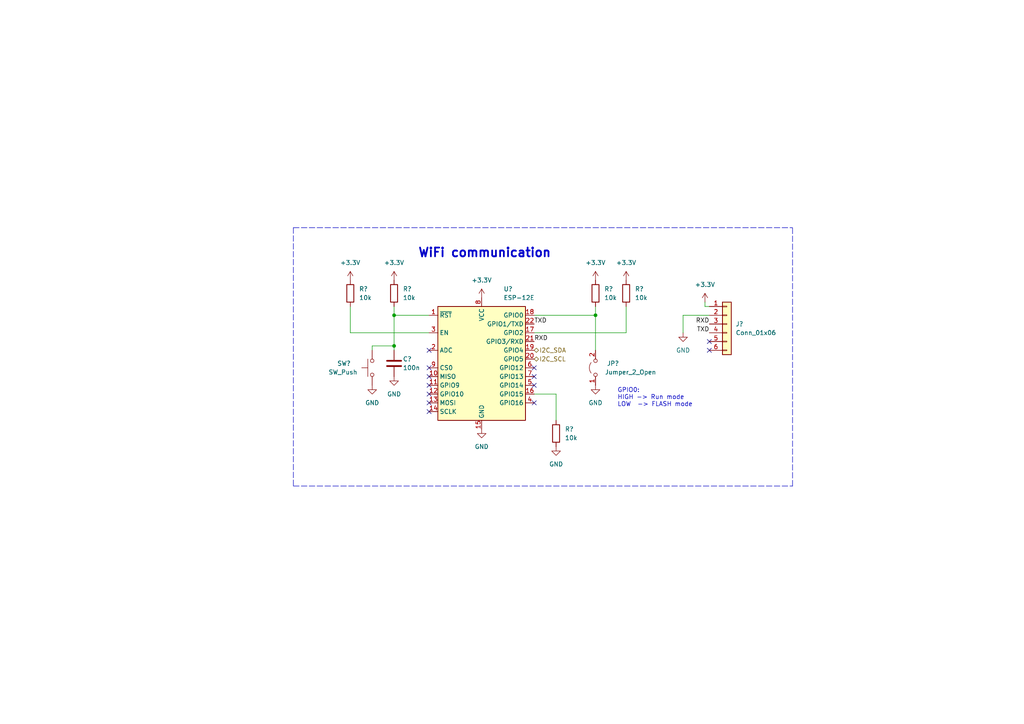
<source format=kicad_sch>
(kicad_sch (version 20211123) (generator eeschema)
  (paper "A4")
  (lib_symbols
    (symbol "Connector_Generic:Conn_01x06" (pin_names (offset 1.016) hide)
      (property "Reference" "J" (at 0 7.62 0))
      (property "Value" "Conn_01x06" (at 0 -10.16 0))
      (symbol "Conn_01x06_1_1"
        (rectangle (start -1.27 -7.493) (end 0 -7.747) (stroke (width 0.1524)))
        (rectangle (start -1.27 -4.953) (end 0 -5.207) (stroke (width 0.1524)))
        (rectangle (start -1.27 -2.413) (end 0 -2.667) (stroke (width 0.1524)))
        (rectangle (start -1.27 0.127) (end 0 -0.127) (stroke (width 0.1524)))
        (rectangle (start -1.27 2.667) (end 0 2.413) (stroke (width 0.1524)))
        (rectangle (start -1.27 5.207) (end 0 4.953) (stroke (width 0.1524)))
        (rectangle (start -1.27 6.35) (end 1.27 -8.89) (stroke (width 0.254)) (fill (type background)))
        (pin passive line (at -5.08 5.08 0) (length 3.81) (name "Pin_1") (number "1"))
        (pin passive line (at -5.08 2.54 0) (length 3.81) (name "Pin_2") (number "2"))
        (pin passive line (at -5.08 0 0) (length 3.81) (name "Pin_3") (number "3"))
        (pin passive line (at -5.08 -2.54 0) (length 3.81) (name "Pin_4") (number "4"))
        (pin passive line (at -5.08 -5.08 0) (length 3.81) (name "Pin_5") (number "5"))
        (pin passive line (at -5.08 -7.62 0) (length 3.81) (name "Pin_6") (number "6"))
      )
    )
    (symbol "Device:C" (pin_numbers hide) (pin_names (offset 0.254))
      (property "Reference" "C" (at 0.635 2.54 0))
      (property "Value" "C" (at 0.635 -2.54 0))
      (symbol "C_0_1"
        (polyline (pts (xy -2.032 -0.762) (xy 2.032 -0.762)) (stroke (width 0.508)))
        (polyline (pts (xy -2.032 0.762) (xy 2.032 0.762)) (stroke (width 0.508)))
      )
      (symbol "C_1_1"
        (pin passive line (at 0 3.81 270) (length 2.794) (name "~") (number "1"))
        (pin passive line (at 0 -3.81 90) (length 2.794) (name "~") (number "2"))
      )
    )
    (symbol "Device:R" (pin_numbers hide) (pin_names (offset 0))
      (property "Reference" "R" (at 2.032 0 90))
      (property "Value" "R" (at 0 0 90))
      (symbol "R_0_1"
        (rectangle (start -1.016 -2.54) (end 1.016 2.54) (stroke (width 0.254)))
      )
      (symbol "R_1_1"
        (pin passive line (at 0 3.81 270) (length 1.27) (name "~") (number "1"))
        (pin passive line (at 0 -3.81 90) (length 1.27) (name "~") (number "2"))
      )
    )
    (symbol "Jumper:Jumper_2_Open" (pin_names (offset 0) hide)
      (property "Reference" "JP" (at 0 2.794 0))
      (property "Value" "Jumper_2_Open" (at 0 -2.286 0))
      (symbol "Jumper_2_Open_0_0"
        (circle (center -2.032 0) (radius 0.508))
        (circle (center 2.032 0) (radius 0.508))
      )
      (symbol "Jumper_2_Open_0_1"
        (arc (start 1.524 1.27) (mid 0 1.778) (end -1.524 1.27))
      )
      (symbol "Jumper_2_Open_1_1"
        (pin passive line (at -5.08 0 0) (length 2.54) (name "A") (number "1"))
        (pin passive line (at 5.08 0 180) (length 2.54) (name "B") (number "2"))
      )
    )
    (symbol "RF_Module:ESP-12E"
      (property "Reference" "U" (at -12.7 19.05 0))
      (property "Value" "ESP-12E" (at 12.7 19.05 0))
      (symbol "ESP-12E_0_1"
        (rectangle (start -12.7 17.78) (end 12.7 -15.24) (stroke (width 0.254)) (fill (type background)))
      )
      (symbol "ESP-12E_1_1"
        (pin input line (at -15.24 15.24 0) (length 2.54) (name "~{RST}") (number "1"))
        (pin bidirectional line (at -15.24 -2.54 0) (length 2.54) (name "MISO") (number "10"))
        (pin bidirectional line (at -15.24 -5.08 0) (length 2.54) (name "GPIO9") (number "11"))
        (pin bidirectional line (at -15.24 -7.62 0) (length 2.54) (name "GPIO10") (number "12"))
        (pin bidirectional line (at -15.24 -10.16 0) (length 2.54) (name "MOSI") (number "13"))
        (pin bidirectional line (at -15.24 -12.7 0) (length 2.54) (name "SCLK") (number "14"))
        (pin power_in line (at 0 -17.78 90) (length 2.54) (name "GND") (number "15"))
        (pin bidirectional line (at 15.24 -7.62 180) (length 2.54) (name "GPIO15") (number "16"))
        (pin bidirectional line (at 15.24 10.16 180) (length 2.54) (name "GPIO2") (number "17"))
        (pin bidirectional line (at 15.24 15.24 180) (length 2.54) (name "GPIO0") (number "18"))
        (pin bidirectional line (at 15.24 5.08 180) (length 2.54) (name "GPIO4") (number "19"))
        (pin input line (at -15.24 5.08 0) (length 2.54) (name "ADC") (number "2"))
        (pin bidirectional line (at 15.24 2.54 180) (length 2.54) (name "GPIO5") (number "20"))
        (pin bidirectional line (at 15.24 7.62 180) (length 2.54) (name "GPIO3/RXD") (number "21"))
        (pin bidirectional line (at 15.24 12.7 180) (length 2.54) (name "GPIO1/TXD") (number "22"))
        (pin input line (at -15.24 10.16 0) (length 2.54) (name "EN") (number "3"))
        (pin bidirectional line (at 15.24 -10.16 180) (length 2.54) (name "GPIO16") (number "4"))
        (pin bidirectional line (at 15.24 -5.08 180) (length 2.54) (name "GPIO14") (number "5"))
        (pin bidirectional line (at 15.24 0 180) (length 2.54) (name "GPIO12") (number "6"))
        (pin bidirectional line (at 15.24 -2.54 180) (length 2.54) (name "GPIO13") (number "7"))
        (pin power_in line (at 0 20.32 270) (length 2.54) (name "VCC") (number "8"))
        (pin input line (at -15.24 0 0) (length 2.54) (name "CS0") (number "9"))
      )
    )
    (symbol "Switch:SW_Push" (pin_numbers hide) (pin_names (offset 1.016) hide)
      (property "Reference" "SW" (at 1.27 2.54 0))
      (property "Value" "SW_Push" (at 0 -1.524 0))
      (symbol "SW_Push_0_1"
        (circle (center -2.032 0) (radius 0.508))
        (polyline (pts (xy 0 1.27) (xy 0 3.048)))
        (polyline (pts (xy 2.54 1.27) (xy -2.54 1.27)))
        (circle (center 2.032 0) (radius 0.508))
        (pin passive line (at -5.08 0 0) (length 2.54) (name "1") (number "1"))
        (pin passive line (at 5.08 0 180) (length 2.54) (name "2") (number "2"))
      )
    )
    (symbol "power:+3.3V" (power) (pin_names (offset 0))
      (property "Value" "+3.3V" (at 0 3.556 0))
      (symbol "+3.3V_0_1"
        (polyline (pts (xy -0.762 1.27) (xy 0 2.54)))
        (polyline (pts (xy 0 0) (xy 0 2.54)))
        (polyline (pts (xy 0 2.54) (xy 0.762 1.27)))
      )
      (symbol "+3.3V_1_1"
        (pin power_in line (at 0 0 90) (length 0) hide (name "+3.3V") (number "1"))
      )
    )
    (symbol "power:GND" (power) (pin_names (offset 0))
      (property "Value" "GND" (at 0 -3.81 0))
      (symbol "GND_0_1"
        (polyline (pts (xy 0 0) (xy 0 -1.27) (xy 1.27 -1.27) (xy 0 -2.54) (xy -1.27 -1.27) (xy 0 -1.27)))
      )
      (symbol "GND_1_1"
        (pin power_in line (at 0 0 270) (length 0) hide (name "GND") (number "1"))
      )
    )
  )
  (junction (at 114.3 100.33))
  (junction (at 172.72 91.44))
  (junction (at 114.3 91.44))
  (no_connect (at 154.94 109.22))
  (no_connect (at 154.94 106.68))
  (no_connect (at 154.94 111.76))
  (no_connect (at 154.94 116.84))
  (no_connect (at 124.46 111.76))
  (no_connect (at 124.46 116.84))
  (no_connect (at 124.46 114.3))
  (no_connect (at 124.46 119.38))
  (no_connect (at 124.46 101.6))
  (no_connect (at 124.46 106.68))
  (no_connect (at 124.46 109.22))
  (no_connect (at 205.74 99.06))
  (no_connect (at 205.74 101.6))
  (wire (pts (xy 204.47 88.9) (xy 205.74 88.9)))
  (polyline (pts (xy 85.09 140.97) (xy 229.87 140.97)))
  (wire (pts (xy 114.3 91.44) (xy 114.3 100.33)))
  (wire (pts (xy 198.12 91.44) (xy 205.74 91.44)))
  (polyline (pts (xy 85.09 66.04) (xy 229.87 66.04)))
  (wire (pts (xy 172.72 88.9) (xy 172.72 91.44)))
  (wire (pts (xy 101.6 88.9) (xy 101.6 96.52)))
  (wire (pts (xy 204.47 87.63) (xy 204.47 88.9)))
  (polyline (pts (xy 85.09 66.04) (xy 85.09 140.97)))
  (wire (pts (xy 154.94 114.3) (xy 161.29 114.3)))
  (wire (pts (xy 114.3 88.9) (xy 114.3 91.44)))
  (wire (pts (xy 161.29 114.3) (xy 161.29 121.92)))
  (wire (pts (xy 107.95 101.6) (xy 107.95 100.33)))
  (wire (pts (xy 198.12 91.44) (xy 198.12 96.52)))
  (wire (pts (xy 114.3 91.44) (xy 124.46 91.44)))
  (wire (pts (xy 181.61 96.52) (xy 181.61 88.9)))
  (wire (pts (xy 114.3 100.33) (xy 114.3 101.6)))
  (wire (pts (xy 101.6 96.52) (xy 124.46 96.52)))
  (wire (pts (xy 154.94 91.44) (xy 172.72 91.44)))
  (wire (pts (xy 154.94 96.52) (xy 181.61 96.52)))
  (wire (pts (xy 107.95 100.33) (xy 114.3 100.33)))
  (wire (pts (xy 172.72 91.44) (xy 172.72 101.6)))
  (polyline (pts (xy 229.87 140.97) (xy 229.87 66.04)))
  (text "WiFi communication" (at 160.02 74.93 180) (effects (font (size 2.54 2.54) (thickness 0.508) bold) (justify right bottom)))
  (text "GPIO0:\nHIGH -> Run mode\nLOW  -> FLASH mode" (at 179.07 118.11 0) (effects (font (size 1.27 1.27)) (justify left bottom)))
  (label "TXD" (at 205.74 96.52 180))
  (label "TXD" (at 154.94 93.98 0))
  (label "RXD" (at 205.74 93.98 180))
  (label "RXD" (at 154.94 99.06 0))
  (hierarchical_label "I2C_SCL" (shape bidirectional) (at 154.94 104.14 0))
  (hierarchical_label "I2C_SDA" (shape bidirectional) (at 154.94 101.6 0))
  (symbol (lib_id "power:+3.3V") (at 181.61 81.28 0) (unit 1)
    (property "Reference" "#PWR?" (effects hide))
    (property "Value" "+3.3V" (at 181.61 76.2 0))
  )
  (symbol (lib_id "power:+3.3V") (at 172.72 81.28 0) (unit 1)
    (property "Reference" "#PWR?" (effects hide))
    (property "Value" "+3.3V" (at 172.72 76.2 0))
  )
  (symbol (lib_id "power:+3.3V") (at 204.47 87.63 0) (unit 1)
    (property "Reference" "#PWR?" (effects hide))
    (property "Value" "+3.3V" (at 204.47 82.55 0))
  )
  (symbol (lib_id "Device:R") (at 181.61 85.09 0) (unit 1)
    (property "Reference" "R?" (at 184.15 83.8199 0) (effects (justify left)))
    (property "Value" "10k" (at 184.15 86.3599 0) (effects (justify left)))
  )
  (symbol (lib_id "power:+3.3V") (at 101.6 81.28 0) (unit 1)
    (property "Reference" "#PWR?" (effects hide))
    (property "Value" "+3.3V" (at 101.6 76.2 0))
  )
  (symbol (lib_id "Device:R") (at 161.29 125.73 0) (unit 1)
    (property "Reference" "R?" (at 163.83 124.4599 0) (effects (justify left)))
    (property "Value" "10k" (at 163.83 126.9999 0) (effects (justify left)))
  )
  (symbol (lib_id "power:GND") (at 172.72 111.76 0) (unit 1)
    (property "Reference" "#PWR?" (effects hide))
    (property "Value" "GND" (at 172.72 116.84 0))
  )
  (symbol (lib_id "Jumper:Jumper_2_Open") (at 172.72 106.68 90) (unit 1)
    (property "Reference" "JP?" (at 177.8 105.41 90))
    (property "Value" "Jumper_2_Open" (at 182.88 107.95 90))
  )
  (symbol (lib_id "RF_Module:ESP-12E") (at 139.7 106.68 0) (unit 1)
    (property "Reference" "U?" (at 146.05 83.82 0) (effects (justify left)))
    (property "Value" "ESP-12E" (at 146.05 86.36 0) (effects (justify left)))
    (property "Footprint" "RF_Module:ESP-12E" (effects hide))
    (property "Datasheet" "http://wiki.ai-thinker.com/_media/esp8266/esp8266_series_modules_user_manual_v1.1.pdf" (effects hide))
  )
  (symbol (lib_id "Device:R") (at 114.3 85.09 0) (unit 1)
    (property "Reference" "R?" (at 116.84 83.8199 0) (effects (justify left)))
    (property "Value" "10k" (at 116.84 86.3599 0) (effects (justify left)))
  )
  (symbol (lib_id "Connector_Generic:Conn_01x06") (at 210.82 93.98 0) (unit 1)
    (property "Reference" "J?" (at 213.36 93.9799 0) (effects (justify left)))
    (property "Value" "Conn_01x06" (at 213.36 96.5199 0) (effects (justify left)))
  )
  (symbol (lib_id "power:GND") (at 198.12 96.52 0) (unit 1)
    (property "Reference" "#PWR?" (effects hide))
    (property "Value" "GND" (at 198.12 101.6 0))
  )
  (symbol (lib_id "power:+3.3V") (at 139.7 86.36 0) (unit 1)
    (property "Reference" "#PWR?" (effects hide))
    (property "Value" "+3.3V" (at 139.7 81.28 0))
  )
  (symbol (lib_id "Device:R") (at 172.72 85.09 0) (unit 1)
    (property "Reference" "R?" (at 175.26 83.8199 0) (effects (justify left)))
    (property "Value" "10k" (at 175.26 86.3599 0) (effects (justify left)))
  )
  (symbol (lib_id "Device:C") (at 114.3 105.41 0) (unit 1)
    (property "Reference" "C?" (at 116.84 104.14 0) (effects (justify left)))
    (property "Value" "100n" (at 116.84 106.68 0) (effects (justify left)))
  )
  (symbol (lib_id "power:GND") (at 161.29 129.54 0) (unit 1)
    (property "Reference" "#PWR?" (effects hide))
    (property "Value" "GND" (at 161.29 134.62 0))
  )
  (symbol (lib_id "power:GND") (at 114.3 109.22 0) (unit 1)
    (property "Reference" "#PWR?" (effects hide))
    (property "Value" "GND" (at 114.3 114.3 0))
  )
  (symbol (lib_id "Switch:SW_Push") (at 107.95 106.68 90) (unit 1)
    (property "Reference" "SW?" (at 97.79 105.41 90) (effects (justify right)))
    (property "Value" "SW_Push" (at 95.25 107.95 90) (effects (justify right)))
  )
  (symbol (lib_id "Device:R") (at 101.6 85.09 0) (unit 1)
    (property "Reference" "R?" (at 104.14 83.8199 0) (effects (justify left)))
    (property "Value" "10k" (at 104.14 86.36 0) (effects (justify left)))
  )
  (symbol (lib_id "power:+3.3V") (at 114.3 81.28 0) (unit 1)
    (property "Reference" "#PWR?" (effects hide))
    (property "Value" "+3.3V" (at 114.3 76.2 0))
  )
  (symbol (lib_id "power:GND") (at 139.7 124.46 0) (unit 1)
    (property "Reference" "#PWR?" (effects hide))
    (property "Value" "GND" (at 139.7 129.54 0))
  )
  (symbol (lib_id "power:GND") (at 107.95 111.76 0) (unit 1)
    (property "Reference" "#PWR?" (effects hide))
    (property "Value" "GND" (at 107.95 116.84 0))
  )
)
</source>
